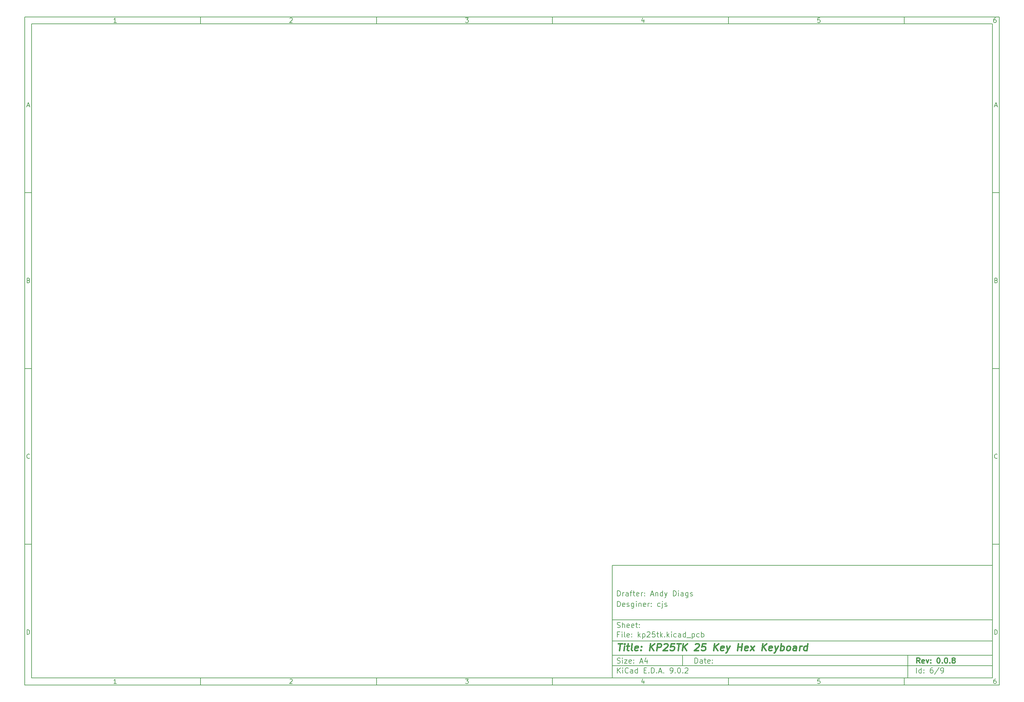
<source format=gbo>
%TF.GenerationSoftware,KiCad,Pcbnew,9.0.2+1*%
%TF.CreationDate,2025-06-13T17:56:32+09:00*%
%TF.ProjectId,kp25tk,6b703235-746b-42e6-9b69-6361645f7063,0.0.8*%
%TF.SameCoordinates,Original*%
%TF.FileFunction,Legend,Bot*%
%TF.FilePolarity,Positive*%
%FSLAX46Y46*%
G04 Gerber Fmt 4.6, Leading zero omitted, Abs format (unit mm)*
G04 Created by KiCad (PCBNEW 9.0.2+1) date 2025-06-13 17:56:32*
%MOMM*%
%LPD*%
G01*
G04 APERTURE LIST*
%ADD10C,0.100000*%
%ADD11C,0.150000*%
%ADD12C,0.300000*%
%ADD13C,0.400000*%
G04 APERTURE END LIST*
D10*
D11*
X177002200Y-166007200D02*
X285002200Y-166007200D01*
X285002200Y-198007200D01*
X177002200Y-198007200D01*
X177002200Y-166007200D01*
D10*
D11*
X10000000Y-10000000D02*
X287002200Y-10000000D01*
X287002200Y-200007200D01*
X10000000Y-200007200D01*
X10000000Y-10000000D01*
D10*
D11*
X12000000Y-12000000D02*
X285002200Y-12000000D01*
X285002200Y-198007200D01*
X12000000Y-198007200D01*
X12000000Y-12000000D01*
D10*
D11*
X60000000Y-12000000D02*
X60000000Y-10000000D01*
D10*
D11*
X110000000Y-12000000D02*
X110000000Y-10000000D01*
D10*
D11*
X160000000Y-12000000D02*
X160000000Y-10000000D01*
D10*
D11*
X210000000Y-12000000D02*
X210000000Y-10000000D01*
D10*
D11*
X260000000Y-12000000D02*
X260000000Y-10000000D01*
D10*
D11*
X36089160Y-11593604D02*
X35346303Y-11593604D01*
X35717731Y-11593604D02*
X35717731Y-10293604D01*
X35717731Y-10293604D02*
X35593922Y-10479319D01*
X35593922Y-10479319D02*
X35470112Y-10603128D01*
X35470112Y-10603128D02*
X35346303Y-10665033D01*
D10*
D11*
X85346303Y-10417414D02*
X85408207Y-10355509D01*
X85408207Y-10355509D02*
X85532017Y-10293604D01*
X85532017Y-10293604D02*
X85841541Y-10293604D01*
X85841541Y-10293604D02*
X85965350Y-10355509D01*
X85965350Y-10355509D02*
X86027255Y-10417414D01*
X86027255Y-10417414D02*
X86089160Y-10541223D01*
X86089160Y-10541223D02*
X86089160Y-10665033D01*
X86089160Y-10665033D02*
X86027255Y-10850747D01*
X86027255Y-10850747D02*
X85284398Y-11593604D01*
X85284398Y-11593604D02*
X86089160Y-11593604D01*
D10*
D11*
X135284398Y-10293604D02*
X136089160Y-10293604D01*
X136089160Y-10293604D02*
X135655826Y-10788842D01*
X135655826Y-10788842D02*
X135841541Y-10788842D01*
X135841541Y-10788842D02*
X135965350Y-10850747D01*
X135965350Y-10850747D02*
X136027255Y-10912652D01*
X136027255Y-10912652D02*
X136089160Y-11036461D01*
X136089160Y-11036461D02*
X136089160Y-11345985D01*
X136089160Y-11345985D02*
X136027255Y-11469795D01*
X136027255Y-11469795D02*
X135965350Y-11531700D01*
X135965350Y-11531700D02*
X135841541Y-11593604D01*
X135841541Y-11593604D02*
X135470112Y-11593604D01*
X135470112Y-11593604D02*
X135346303Y-11531700D01*
X135346303Y-11531700D02*
X135284398Y-11469795D01*
D10*
D11*
X185965350Y-10726938D02*
X185965350Y-11593604D01*
X185655826Y-10231700D02*
X185346303Y-11160271D01*
X185346303Y-11160271D02*
X186151064Y-11160271D01*
D10*
D11*
X236027255Y-10293604D02*
X235408207Y-10293604D01*
X235408207Y-10293604D02*
X235346303Y-10912652D01*
X235346303Y-10912652D02*
X235408207Y-10850747D01*
X235408207Y-10850747D02*
X235532017Y-10788842D01*
X235532017Y-10788842D02*
X235841541Y-10788842D01*
X235841541Y-10788842D02*
X235965350Y-10850747D01*
X235965350Y-10850747D02*
X236027255Y-10912652D01*
X236027255Y-10912652D02*
X236089160Y-11036461D01*
X236089160Y-11036461D02*
X236089160Y-11345985D01*
X236089160Y-11345985D02*
X236027255Y-11469795D01*
X236027255Y-11469795D02*
X235965350Y-11531700D01*
X235965350Y-11531700D02*
X235841541Y-11593604D01*
X235841541Y-11593604D02*
X235532017Y-11593604D01*
X235532017Y-11593604D02*
X235408207Y-11531700D01*
X235408207Y-11531700D02*
X235346303Y-11469795D01*
D10*
D11*
X285965350Y-10293604D02*
X285717731Y-10293604D01*
X285717731Y-10293604D02*
X285593922Y-10355509D01*
X285593922Y-10355509D02*
X285532017Y-10417414D01*
X285532017Y-10417414D02*
X285408207Y-10603128D01*
X285408207Y-10603128D02*
X285346303Y-10850747D01*
X285346303Y-10850747D02*
X285346303Y-11345985D01*
X285346303Y-11345985D02*
X285408207Y-11469795D01*
X285408207Y-11469795D02*
X285470112Y-11531700D01*
X285470112Y-11531700D02*
X285593922Y-11593604D01*
X285593922Y-11593604D02*
X285841541Y-11593604D01*
X285841541Y-11593604D02*
X285965350Y-11531700D01*
X285965350Y-11531700D02*
X286027255Y-11469795D01*
X286027255Y-11469795D02*
X286089160Y-11345985D01*
X286089160Y-11345985D02*
X286089160Y-11036461D01*
X286089160Y-11036461D02*
X286027255Y-10912652D01*
X286027255Y-10912652D02*
X285965350Y-10850747D01*
X285965350Y-10850747D02*
X285841541Y-10788842D01*
X285841541Y-10788842D02*
X285593922Y-10788842D01*
X285593922Y-10788842D02*
X285470112Y-10850747D01*
X285470112Y-10850747D02*
X285408207Y-10912652D01*
X285408207Y-10912652D02*
X285346303Y-11036461D01*
D10*
D11*
X60000000Y-198007200D02*
X60000000Y-200007200D01*
D10*
D11*
X110000000Y-198007200D02*
X110000000Y-200007200D01*
D10*
D11*
X160000000Y-198007200D02*
X160000000Y-200007200D01*
D10*
D11*
X210000000Y-198007200D02*
X210000000Y-200007200D01*
D10*
D11*
X260000000Y-198007200D02*
X260000000Y-200007200D01*
D10*
D11*
X36089160Y-199600804D02*
X35346303Y-199600804D01*
X35717731Y-199600804D02*
X35717731Y-198300804D01*
X35717731Y-198300804D02*
X35593922Y-198486519D01*
X35593922Y-198486519D02*
X35470112Y-198610328D01*
X35470112Y-198610328D02*
X35346303Y-198672233D01*
D10*
D11*
X85346303Y-198424614D02*
X85408207Y-198362709D01*
X85408207Y-198362709D02*
X85532017Y-198300804D01*
X85532017Y-198300804D02*
X85841541Y-198300804D01*
X85841541Y-198300804D02*
X85965350Y-198362709D01*
X85965350Y-198362709D02*
X86027255Y-198424614D01*
X86027255Y-198424614D02*
X86089160Y-198548423D01*
X86089160Y-198548423D02*
X86089160Y-198672233D01*
X86089160Y-198672233D02*
X86027255Y-198857947D01*
X86027255Y-198857947D02*
X85284398Y-199600804D01*
X85284398Y-199600804D02*
X86089160Y-199600804D01*
D10*
D11*
X135284398Y-198300804D02*
X136089160Y-198300804D01*
X136089160Y-198300804D02*
X135655826Y-198796042D01*
X135655826Y-198796042D02*
X135841541Y-198796042D01*
X135841541Y-198796042D02*
X135965350Y-198857947D01*
X135965350Y-198857947D02*
X136027255Y-198919852D01*
X136027255Y-198919852D02*
X136089160Y-199043661D01*
X136089160Y-199043661D02*
X136089160Y-199353185D01*
X136089160Y-199353185D02*
X136027255Y-199476995D01*
X136027255Y-199476995D02*
X135965350Y-199538900D01*
X135965350Y-199538900D02*
X135841541Y-199600804D01*
X135841541Y-199600804D02*
X135470112Y-199600804D01*
X135470112Y-199600804D02*
X135346303Y-199538900D01*
X135346303Y-199538900D02*
X135284398Y-199476995D01*
D10*
D11*
X185965350Y-198734138D02*
X185965350Y-199600804D01*
X185655826Y-198238900D02*
X185346303Y-199167471D01*
X185346303Y-199167471D02*
X186151064Y-199167471D01*
D10*
D11*
X236027255Y-198300804D02*
X235408207Y-198300804D01*
X235408207Y-198300804D02*
X235346303Y-198919852D01*
X235346303Y-198919852D02*
X235408207Y-198857947D01*
X235408207Y-198857947D02*
X235532017Y-198796042D01*
X235532017Y-198796042D02*
X235841541Y-198796042D01*
X235841541Y-198796042D02*
X235965350Y-198857947D01*
X235965350Y-198857947D02*
X236027255Y-198919852D01*
X236027255Y-198919852D02*
X236089160Y-199043661D01*
X236089160Y-199043661D02*
X236089160Y-199353185D01*
X236089160Y-199353185D02*
X236027255Y-199476995D01*
X236027255Y-199476995D02*
X235965350Y-199538900D01*
X235965350Y-199538900D02*
X235841541Y-199600804D01*
X235841541Y-199600804D02*
X235532017Y-199600804D01*
X235532017Y-199600804D02*
X235408207Y-199538900D01*
X235408207Y-199538900D02*
X235346303Y-199476995D01*
D10*
D11*
X285965350Y-198300804D02*
X285717731Y-198300804D01*
X285717731Y-198300804D02*
X285593922Y-198362709D01*
X285593922Y-198362709D02*
X285532017Y-198424614D01*
X285532017Y-198424614D02*
X285408207Y-198610328D01*
X285408207Y-198610328D02*
X285346303Y-198857947D01*
X285346303Y-198857947D02*
X285346303Y-199353185D01*
X285346303Y-199353185D02*
X285408207Y-199476995D01*
X285408207Y-199476995D02*
X285470112Y-199538900D01*
X285470112Y-199538900D02*
X285593922Y-199600804D01*
X285593922Y-199600804D02*
X285841541Y-199600804D01*
X285841541Y-199600804D02*
X285965350Y-199538900D01*
X285965350Y-199538900D02*
X286027255Y-199476995D01*
X286027255Y-199476995D02*
X286089160Y-199353185D01*
X286089160Y-199353185D02*
X286089160Y-199043661D01*
X286089160Y-199043661D02*
X286027255Y-198919852D01*
X286027255Y-198919852D02*
X285965350Y-198857947D01*
X285965350Y-198857947D02*
X285841541Y-198796042D01*
X285841541Y-198796042D02*
X285593922Y-198796042D01*
X285593922Y-198796042D02*
X285470112Y-198857947D01*
X285470112Y-198857947D02*
X285408207Y-198919852D01*
X285408207Y-198919852D02*
X285346303Y-199043661D01*
D10*
D11*
X10000000Y-60000000D02*
X12000000Y-60000000D01*
D10*
D11*
X10000000Y-110000000D02*
X12000000Y-110000000D01*
D10*
D11*
X10000000Y-160000000D02*
X12000000Y-160000000D01*
D10*
D11*
X10690476Y-35222176D02*
X11309523Y-35222176D01*
X10566666Y-35593604D02*
X10999999Y-34293604D01*
X10999999Y-34293604D02*
X11433333Y-35593604D01*
D10*
D11*
X11092857Y-84912652D02*
X11278571Y-84974557D01*
X11278571Y-84974557D02*
X11340476Y-85036461D01*
X11340476Y-85036461D02*
X11402380Y-85160271D01*
X11402380Y-85160271D02*
X11402380Y-85345985D01*
X11402380Y-85345985D02*
X11340476Y-85469795D01*
X11340476Y-85469795D02*
X11278571Y-85531700D01*
X11278571Y-85531700D02*
X11154761Y-85593604D01*
X11154761Y-85593604D02*
X10659523Y-85593604D01*
X10659523Y-85593604D02*
X10659523Y-84293604D01*
X10659523Y-84293604D02*
X11092857Y-84293604D01*
X11092857Y-84293604D02*
X11216666Y-84355509D01*
X11216666Y-84355509D02*
X11278571Y-84417414D01*
X11278571Y-84417414D02*
X11340476Y-84541223D01*
X11340476Y-84541223D02*
X11340476Y-84665033D01*
X11340476Y-84665033D02*
X11278571Y-84788842D01*
X11278571Y-84788842D02*
X11216666Y-84850747D01*
X11216666Y-84850747D02*
X11092857Y-84912652D01*
X11092857Y-84912652D02*
X10659523Y-84912652D01*
D10*
D11*
X11402380Y-135469795D02*
X11340476Y-135531700D01*
X11340476Y-135531700D02*
X11154761Y-135593604D01*
X11154761Y-135593604D02*
X11030952Y-135593604D01*
X11030952Y-135593604D02*
X10845238Y-135531700D01*
X10845238Y-135531700D02*
X10721428Y-135407890D01*
X10721428Y-135407890D02*
X10659523Y-135284080D01*
X10659523Y-135284080D02*
X10597619Y-135036461D01*
X10597619Y-135036461D02*
X10597619Y-134850747D01*
X10597619Y-134850747D02*
X10659523Y-134603128D01*
X10659523Y-134603128D02*
X10721428Y-134479319D01*
X10721428Y-134479319D02*
X10845238Y-134355509D01*
X10845238Y-134355509D02*
X11030952Y-134293604D01*
X11030952Y-134293604D02*
X11154761Y-134293604D01*
X11154761Y-134293604D02*
X11340476Y-134355509D01*
X11340476Y-134355509D02*
X11402380Y-134417414D01*
D10*
D11*
X10659523Y-185593604D02*
X10659523Y-184293604D01*
X10659523Y-184293604D02*
X10969047Y-184293604D01*
X10969047Y-184293604D02*
X11154761Y-184355509D01*
X11154761Y-184355509D02*
X11278571Y-184479319D01*
X11278571Y-184479319D02*
X11340476Y-184603128D01*
X11340476Y-184603128D02*
X11402380Y-184850747D01*
X11402380Y-184850747D02*
X11402380Y-185036461D01*
X11402380Y-185036461D02*
X11340476Y-185284080D01*
X11340476Y-185284080D02*
X11278571Y-185407890D01*
X11278571Y-185407890D02*
X11154761Y-185531700D01*
X11154761Y-185531700D02*
X10969047Y-185593604D01*
X10969047Y-185593604D02*
X10659523Y-185593604D01*
D10*
D11*
X287002200Y-60000000D02*
X285002200Y-60000000D01*
D10*
D11*
X287002200Y-110000000D02*
X285002200Y-110000000D01*
D10*
D11*
X287002200Y-160000000D02*
X285002200Y-160000000D01*
D10*
D11*
X285692676Y-35222176D02*
X286311723Y-35222176D01*
X285568866Y-35593604D02*
X286002199Y-34293604D01*
X286002199Y-34293604D02*
X286435533Y-35593604D01*
D10*
D11*
X286095057Y-84912652D02*
X286280771Y-84974557D01*
X286280771Y-84974557D02*
X286342676Y-85036461D01*
X286342676Y-85036461D02*
X286404580Y-85160271D01*
X286404580Y-85160271D02*
X286404580Y-85345985D01*
X286404580Y-85345985D02*
X286342676Y-85469795D01*
X286342676Y-85469795D02*
X286280771Y-85531700D01*
X286280771Y-85531700D02*
X286156961Y-85593604D01*
X286156961Y-85593604D02*
X285661723Y-85593604D01*
X285661723Y-85593604D02*
X285661723Y-84293604D01*
X285661723Y-84293604D02*
X286095057Y-84293604D01*
X286095057Y-84293604D02*
X286218866Y-84355509D01*
X286218866Y-84355509D02*
X286280771Y-84417414D01*
X286280771Y-84417414D02*
X286342676Y-84541223D01*
X286342676Y-84541223D02*
X286342676Y-84665033D01*
X286342676Y-84665033D02*
X286280771Y-84788842D01*
X286280771Y-84788842D02*
X286218866Y-84850747D01*
X286218866Y-84850747D02*
X286095057Y-84912652D01*
X286095057Y-84912652D02*
X285661723Y-84912652D01*
D10*
D11*
X286404580Y-135469795D02*
X286342676Y-135531700D01*
X286342676Y-135531700D02*
X286156961Y-135593604D01*
X286156961Y-135593604D02*
X286033152Y-135593604D01*
X286033152Y-135593604D02*
X285847438Y-135531700D01*
X285847438Y-135531700D02*
X285723628Y-135407890D01*
X285723628Y-135407890D02*
X285661723Y-135284080D01*
X285661723Y-135284080D02*
X285599819Y-135036461D01*
X285599819Y-135036461D02*
X285599819Y-134850747D01*
X285599819Y-134850747D02*
X285661723Y-134603128D01*
X285661723Y-134603128D02*
X285723628Y-134479319D01*
X285723628Y-134479319D02*
X285847438Y-134355509D01*
X285847438Y-134355509D02*
X286033152Y-134293604D01*
X286033152Y-134293604D02*
X286156961Y-134293604D01*
X286156961Y-134293604D02*
X286342676Y-134355509D01*
X286342676Y-134355509D02*
X286404580Y-134417414D01*
D10*
D11*
X285661723Y-185593604D02*
X285661723Y-184293604D01*
X285661723Y-184293604D02*
X285971247Y-184293604D01*
X285971247Y-184293604D02*
X286156961Y-184355509D01*
X286156961Y-184355509D02*
X286280771Y-184479319D01*
X286280771Y-184479319D02*
X286342676Y-184603128D01*
X286342676Y-184603128D02*
X286404580Y-184850747D01*
X286404580Y-184850747D02*
X286404580Y-185036461D01*
X286404580Y-185036461D02*
X286342676Y-185284080D01*
X286342676Y-185284080D02*
X286280771Y-185407890D01*
X286280771Y-185407890D02*
X286156961Y-185531700D01*
X286156961Y-185531700D02*
X285971247Y-185593604D01*
X285971247Y-185593604D02*
X285661723Y-185593604D01*
D10*
D11*
X200458026Y-193793328D02*
X200458026Y-192293328D01*
X200458026Y-192293328D02*
X200815169Y-192293328D01*
X200815169Y-192293328D02*
X201029455Y-192364757D01*
X201029455Y-192364757D02*
X201172312Y-192507614D01*
X201172312Y-192507614D02*
X201243741Y-192650471D01*
X201243741Y-192650471D02*
X201315169Y-192936185D01*
X201315169Y-192936185D02*
X201315169Y-193150471D01*
X201315169Y-193150471D02*
X201243741Y-193436185D01*
X201243741Y-193436185D02*
X201172312Y-193579042D01*
X201172312Y-193579042D02*
X201029455Y-193721900D01*
X201029455Y-193721900D02*
X200815169Y-193793328D01*
X200815169Y-193793328D02*
X200458026Y-193793328D01*
X202600884Y-193793328D02*
X202600884Y-193007614D01*
X202600884Y-193007614D02*
X202529455Y-192864757D01*
X202529455Y-192864757D02*
X202386598Y-192793328D01*
X202386598Y-192793328D02*
X202100884Y-192793328D01*
X202100884Y-192793328D02*
X201958026Y-192864757D01*
X202600884Y-193721900D02*
X202458026Y-193793328D01*
X202458026Y-193793328D02*
X202100884Y-193793328D01*
X202100884Y-193793328D02*
X201958026Y-193721900D01*
X201958026Y-193721900D02*
X201886598Y-193579042D01*
X201886598Y-193579042D02*
X201886598Y-193436185D01*
X201886598Y-193436185D02*
X201958026Y-193293328D01*
X201958026Y-193293328D02*
X202100884Y-193221900D01*
X202100884Y-193221900D02*
X202458026Y-193221900D01*
X202458026Y-193221900D02*
X202600884Y-193150471D01*
X203100884Y-192793328D02*
X203672312Y-192793328D01*
X203315169Y-192293328D02*
X203315169Y-193579042D01*
X203315169Y-193579042D02*
X203386598Y-193721900D01*
X203386598Y-193721900D02*
X203529455Y-193793328D01*
X203529455Y-193793328D02*
X203672312Y-193793328D01*
X204743741Y-193721900D02*
X204600884Y-193793328D01*
X204600884Y-193793328D02*
X204315170Y-193793328D01*
X204315170Y-193793328D02*
X204172312Y-193721900D01*
X204172312Y-193721900D02*
X204100884Y-193579042D01*
X204100884Y-193579042D02*
X204100884Y-193007614D01*
X204100884Y-193007614D02*
X204172312Y-192864757D01*
X204172312Y-192864757D02*
X204315170Y-192793328D01*
X204315170Y-192793328D02*
X204600884Y-192793328D01*
X204600884Y-192793328D02*
X204743741Y-192864757D01*
X204743741Y-192864757D02*
X204815170Y-193007614D01*
X204815170Y-193007614D02*
X204815170Y-193150471D01*
X204815170Y-193150471D02*
X204100884Y-193293328D01*
X205458026Y-193650471D02*
X205529455Y-193721900D01*
X205529455Y-193721900D02*
X205458026Y-193793328D01*
X205458026Y-193793328D02*
X205386598Y-193721900D01*
X205386598Y-193721900D02*
X205458026Y-193650471D01*
X205458026Y-193650471D02*
X205458026Y-193793328D01*
X205458026Y-192864757D02*
X205529455Y-192936185D01*
X205529455Y-192936185D02*
X205458026Y-193007614D01*
X205458026Y-193007614D02*
X205386598Y-192936185D01*
X205386598Y-192936185D02*
X205458026Y-192864757D01*
X205458026Y-192864757D02*
X205458026Y-193007614D01*
D10*
D11*
X177002200Y-194507200D02*
X285002200Y-194507200D01*
D10*
D11*
X178458026Y-196593328D02*
X178458026Y-195093328D01*
X179315169Y-196593328D02*
X178672312Y-195736185D01*
X179315169Y-195093328D02*
X178458026Y-195950471D01*
X179958026Y-196593328D02*
X179958026Y-195593328D01*
X179958026Y-195093328D02*
X179886598Y-195164757D01*
X179886598Y-195164757D02*
X179958026Y-195236185D01*
X179958026Y-195236185D02*
X180029455Y-195164757D01*
X180029455Y-195164757D02*
X179958026Y-195093328D01*
X179958026Y-195093328D02*
X179958026Y-195236185D01*
X181529455Y-196450471D02*
X181458027Y-196521900D01*
X181458027Y-196521900D02*
X181243741Y-196593328D01*
X181243741Y-196593328D02*
X181100884Y-196593328D01*
X181100884Y-196593328D02*
X180886598Y-196521900D01*
X180886598Y-196521900D02*
X180743741Y-196379042D01*
X180743741Y-196379042D02*
X180672312Y-196236185D01*
X180672312Y-196236185D02*
X180600884Y-195950471D01*
X180600884Y-195950471D02*
X180600884Y-195736185D01*
X180600884Y-195736185D02*
X180672312Y-195450471D01*
X180672312Y-195450471D02*
X180743741Y-195307614D01*
X180743741Y-195307614D02*
X180886598Y-195164757D01*
X180886598Y-195164757D02*
X181100884Y-195093328D01*
X181100884Y-195093328D02*
X181243741Y-195093328D01*
X181243741Y-195093328D02*
X181458027Y-195164757D01*
X181458027Y-195164757D02*
X181529455Y-195236185D01*
X182815170Y-196593328D02*
X182815170Y-195807614D01*
X182815170Y-195807614D02*
X182743741Y-195664757D01*
X182743741Y-195664757D02*
X182600884Y-195593328D01*
X182600884Y-195593328D02*
X182315170Y-195593328D01*
X182315170Y-195593328D02*
X182172312Y-195664757D01*
X182815170Y-196521900D02*
X182672312Y-196593328D01*
X182672312Y-196593328D02*
X182315170Y-196593328D01*
X182315170Y-196593328D02*
X182172312Y-196521900D01*
X182172312Y-196521900D02*
X182100884Y-196379042D01*
X182100884Y-196379042D02*
X182100884Y-196236185D01*
X182100884Y-196236185D02*
X182172312Y-196093328D01*
X182172312Y-196093328D02*
X182315170Y-196021900D01*
X182315170Y-196021900D02*
X182672312Y-196021900D01*
X182672312Y-196021900D02*
X182815170Y-195950471D01*
X184172313Y-196593328D02*
X184172313Y-195093328D01*
X184172313Y-196521900D02*
X184029455Y-196593328D01*
X184029455Y-196593328D02*
X183743741Y-196593328D01*
X183743741Y-196593328D02*
X183600884Y-196521900D01*
X183600884Y-196521900D02*
X183529455Y-196450471D01*
X183529455Y-196450471D02*
X183458027Y-196307614D01*
X183458027Y-196307614D02*
X183458027Y-195879042D01*
X183458027Y-195879042D02*
X183529455Y-195736185D01*
X183529455Y-195736185D02*
X183600884Y-195664757D01*
X183600884Y-195664757D02*
X183743741Y-195593328D01*
X183743741Y-195593328D02*
X184029455Y-195593328D01*
X184029455Y-195593328D02*
X184172313Y-195664757D01*
X186029455Y-195807614D02*
X186529455Y-195807614D01*
X186743741Y-196593328D02*
X186029455Y-196593328D01*
X186029455Y-196593328D02*
X186029455Y-195093328D01*
X186029455Y-195093328D02*
X186743741Y-195093328D01*
X187386598Y-196450471D02*
X187458027Y-196521900D01*
X187458027Y-196521900D02*
X187386598Y-196593328D01*
X187386598Y-196593328D02*
X187315170Y-196521900D01*
X187315170Y-196521900D02*
X187386598Y-196450471D01*
X187386598Y-196450471D02*
X187386598Y-196593328D01*
X188100884Y-196593328D02*
X188100884Y-195093328D01*
X188100884Y-195093328D02*
X188458027Y-195093328D01*
X188458027Y-195093328D02*
X188672313Y-195164757D01*
X188672313Y-195164757D02*
X188815170Y-195307614D01*
X188815170Y-195307614D02*
X188886599Y-195450471D01*
X188886599Y-195450471D02*
X188958027Y-195736185D01*
X188958027Y-195736185D02*
X188958027Y-195950471D01*
X188958027Y-195950471D02*
X188886599Y-196236185D01*
X188886599Y-196236185D02*
X188815170Y-196379042D01*
X188815170Y-196379042D02*
X188672313Y-196521900D01*
X188672313Y-196521900D02*
X188458027Y-196593328D01*
X188458027Y-196593328D02*
X188100884Y-196593328D01*
X189600884Y-196450471D02*
X189672313Y-196521900D01*
X189672313Y-196521900D02*
X189600884Y-196593328D01*
X189600884Y-196593328D02*
X189529456Y-196521900D01*
X189529456Y-196521900D02*
X189600884Y-196450471D01*
X189600884Y-196450471D02*
X189600884Y-196593328D01*
X190243742Y-196164757D02*
X190958028Y-196164757D01*
X190100885Y-196593328D02*
X190600885Y-195093328D01*
X190600885Y-195093328D02*
X191100885Y-196593328D01*
X191600884Y-196450471D02*
X191672313Y-196521900D01*
X191672313Y-196521900D02*
X191600884Y-196593328D01*
X191600884Y-196593328D02*
X191529456Y-196521900D01*
X191529456Y-196521900D02*
X191600884Y-196450471D01*
X191600884Y-196450471D02*
X191600884Y-196593328D01*
X193529456Y-196593328D02*
X193815170Y-196593328D01*
X193815170Y-196593328D02*
X193958027Y-196521900D01*
X193958027Y-196521900D02*
X194029456Y-196450471D01*
X194029456Y-196450471D02*
X194172313Y-196236185D01*
X194172313Y-196236185D02*
X194243742Y-195950471D01*
X194243742Y-195950471D02*
X194243742Y-195379042D01*
X194243742Y-195379042D02*
X194172313Y-195236185D01*
X194172313Y-195236185D02*
X194100885Y-195164757D01*
X194100885Y-195164757D02*
X193958027Y-195093328D01*
X193958027Y-195093328D02*
X193672313Y-195093328D01*
X193672313Y-195093328D02*
X193529456Y-195164757D01*
X193529456Y-195164757D02*
X193458027Y-195236185D01*
X193458027Y-195236185D02*
X193386599Y-195379042D01*
X193386599Y-195379042D02*
X193386599Y-195736185D01*
X193386599Y-195736185D02*
X193458027Y-195879042D01*
X193458027Y-195879042D02*
X193529456Y-195950471D01*
X193529456Y-195950471D02*
X193672313Y-196021900D01*
X193672313Y-196021900D02*
X193958027Y-196021900D01*
X193958027Y-196021900D02*
X194100885Y-195950471D01*
X194100885Y-195950471D02*
X194172313Y-195879042D01*
X194172313Y-195879042D02*
X194243742Y-195736185D01*
X194886598Y-196450471D02*
X194958027Y-196521900D01*
X194958027Y-196521900D02*
X194886598Y-196593328D01*
X194886598Y-196593328D02*
X194815170Y-196521900D01*
X194815170Y-196521900D02*
X194886598Y-196450471D01*
X194886598Y-196450471D02*
X194886598Y-196593328D01*
X195886599Y-195093328D02*
X196029456Y-195093328D01*
X196029456Y-195093328D02*
X196172313Y-195164757D01*
X196172313Y-195164757D02*
X196243742Y-195236185D01*
X196243742Y-195236185D02*
X196315170Y-195379042D01*
X196315170Y-195379042D02*
X196386599Y-195664757D01*
X196386599Y-195664757D02*
X196386599Y-196021900D01*
X196386599Y-196021900D02*
X196315170Y-196307614D01*
X196315170Y-196307614D02*
X196243742Y-196450471D01*
X196243742Y-196450471D02*
X196172313Y-196521900D01*
X196172313Y-196521900D02*
X196029456Y-196593328D01*
X196029456Y-196593328D02*
X195886599Y-196593328D01*
X195886599Y-196593328D02*
X195743742Y-196521900D01*
X195743742Y-196521900D02*
X195672313Y-196450471D01*
X195672313Y-196450471D02*
X195600884Y-196307614D01*
X195600884Y-196307614D02*
X195529456Y-196021900D01*
X195529456Y-196021900D02*
X195529456Y-195664757D01*
X195529456Y-195664757D02*
X195600884Y-195379042D01*
X195600884Y-195379042D02*
X195672313Y-195236185D01*
X195672313Y-195236185D02*
X195743742Y-195164757D01*
X195743742Y-195164757D02*
X195886599Y-195093328D01*
X197029455Y-196450471D02*
X197100884Y-196521900D01*
X197100884Y-196521900D02*
X197029455Y-196593328D01*
X197029455Y-196593328D02*
X196958027Y-196521900D01*
X196958027Y-196521900D02*
X197029455Y-196450471D01*
X197029455Y-196450471D02*
X197029455Y-196593328D01*
X197672313Y-195236185D02*
X197743741Y-195164757D01*
X197743741Y-195164757D02*
X197886599Y-195093328D01*
X197886599Y-195093328D02*
X198243741Y-195093328D01*
X198243741Y-195093328D02*
X198386599Y-195164757D01*
X198386599Y-195164757D02*
X198458027Y-195236185D01*
X198458027Y-195236185D02*
X198529456Y-195379042D01*
X198529456Y-195379042D02*
X198529456Y-195521900D01*
X198529456Y-195521900D02*
X198458027Y-195736185D01*
X198458027Y-195736185D02*
X197600884Y-196593328D01*
X197600884Y-196593328D02*
X198529456Y-196593328D01*
D10*
D11*
X177002200Y-191507200D02*
X285002200Y-191507200D01*
D10*
D12*
X264413853Y-193785528D02*
X263913853Y-193071242D01*
X263556710Y-193785528D02*
X263556710Y-192285528D01*
X263556710Y-192285528D02*
X264128139Y-192285528D01*
X264128139Y-192285528D02*
X264270996Y-192356957D01*
X264270996Y-192356957D02*
X264342425Y-192428385D01*
X264342425Y-192428385D02*
X264413853Y-192571242D01*
X264413853Y-192571242D02*
X264413853Y-192785528D01*
X264413853Y-192785528D02*
X264342425Y-192928385D01*
X264342425Y-192928385D02*
X264270996Y-192999814D01*
X264270996Y-192999814D02*
X264128139Y-193071242D01*
X264128139Y-193071242D02*
X263556710Y-193071242D01*
X265628139Y-193714100D02*
X265485282Y-193785528D01*
X265485282Y-193785528D02*
X265199568Y-193785528D01*
X265199568Y-193785528D02*
X265056710Y-193714100D01*
X265056710Y-193714100D02*
X264985282Y-193571242D01*
X264985282Y-193571242D02*
X264985282Y-192999814D01*
X264985282Y-192999814D02*
X265056710Y-192856957D01*
X265056710Y-192856957D02*
X265199568Y-192785528D01*
X265199568Y-192785528D02*
X265485282Y-192785528D01*
X265485282Y-192785528D02*
X265628139Y-192856957D01*
X265628139Y-192856957D02*
X265699568Y-192999814D01*
X265699568Y-192999814D02*
X265699568Y-193142671D01*
X265699568Y-193142671D02*
X264985282Y-193285528D01*
X266199567Y-192785528D02*
X266556710Y-193785528D01*
X266556710Y-193785528D02*
X266913853Y-192785528D01*
X267485281Y-193642671D02*
X267556710Y-193714100D01*
X267556710Y-193714100D02*
X267485281Y-193785528D01*
X267485281Y-193785528D02*
X267413853Y-193714100D01*
X267413853Y-193714100D02*
X267485281Y-193642671D01*
X267485281Y-193642671D02*
X267485281Y-193785528D01*
X267485281Y-192856957D02*
X267556710Y-192928385D01*
X267556710Y-192928385D02*
X267485281Y-192999814D01*
X267485281Y-192999814D02*
X267413853Y-192928385D01*
X267413853Y-192928385D02*
X267485281Y-192856957D01*
X267485281Y-192856957D02*
X267485281Y-192999814D01*
X269628139Y-192285528D02*
X269770996Y-192285528D01*
X269770996Y-192285528D02*
X269913853Y-192356957D01*
X269913853Y-192356957D02*
X269985282Y-192428385D01*
X269985282Y-192428385D02*
X270056710Y-192571242D01*
X270056710Y-192571242D02*
X270128139Y-192856957D01*
X270128139Y-192856957D02*
X270128139Y-193214100D01*
X270128139Y-193214100D02*
X270056710Y-193499814D01*
X270056710Y-193499814D02*
X269985282Y-193642671D01*
X269985282Y-193642671D02*
X269913853Y-193714100D01*
X269913853Y-193714100D02*
X269770996Y-193785528D01*
X269770996Y-193785528D02*
X269628139Y-193785528D01*
X269628139Y-193785528D02*
X269485282Y-193714100D01*
X269485282Y-193714100D02*
X269413853Y-193642671D01*
X269413853Y-193642671D02*
X269342424Y-193499814D01*
X269342424Y-193499814D02*
X269270996Y-193214100D01*
X269270996Y-193214100D02*
X269270996Y-192856957D01*
X269270996Y-192856957D02*
X269342424Y-192571242D01*
X269342424Y-192571242D02*
X269413853Y-192428385D01*
X269413853Y-192428385D02*
X269485282Y-192356957D01*
X269485282Y-192356957D02*
X269628139Y-192285528D01*
X270770995Y-193642671D02*
X270842424Y-193714100D01*
X270842424Y-193714100D02*
X270770995Y-193785528D01*
X270770995Y-193785528D02*
X270699567Y-193714100D01*
X270699567Y-193714100D02*
X270770995Y-193642671D01*
X270770995Y-193642671D02*
X270770995Y-193785528D01*
X271770996Y-192285528D02*
X271913853Y-192285528D01*
X271913853Y-192285528D02*
X272056710Y-192356957D01*
X272056710Y-192356957D02*
X272128139Y-192428385D01*
X272128139Y-192428385D02*
X272199567Y-192571242D01*
X272199567Y-192571242D02*
X272270996Y-192856957D01*
X272270996Y-192856957D02*
X272270996Y-193214100D01*
X272270996Y-193214100D02*
X272199567Y-193499814D01*
X272199567Y-193499814D02*
X272128139Y-193642671D01*
X272128139Y-193642671D02*
X272056710Y-193714100D01*
X272056710Y-193714100D02*
X271913853Y-193785528D01*
X271913853Y-193785528D02*
X271770996Y-193785528D01*
X271770996Y-193785528D02*
X271628139Y-193714100D01*
X271628139Y-193714100D02*
X271556710Y-193642671D01*
X271556710Y-193642671D02*
X271485281Y-193499814D01*
X271485281Y-193499814D02*
X271413853Y-193214100D01*
X271413853Y-193214100D02*
X271413853Y-192856957D01*
X271413853Y-192856957D02*
X271485281Y-192571242D01*
X271485281Y-192571242D02*
X271556710Y-192428385D01*
X271556710Y-192428385D02*
X271628139Y-192356957D01*
X271628139Y-192356957D02*
X271770996Y-192285528D01*
X272913852Y-193642671D02*
X272985281Y-193714100D01*
X272985281Y-193714100D02*
X272913852Y-193785528D01*
X272913852Y-193785528D02*
X272842424Y-193714100D01*
X272842424Y-193714100D02*
X272913852Y-193642671D01*
X272913852Y-193642671D02*
X272913852Y-193785528D01*
X273842424Y-192928385D02*
X273699567Y-192856957D01*
X273699567Y-192856957D02*
X273628138Y-192785528D01*
X273628138Y-192785528D02*
X273556710Y-192642671D01*
X273556710Y-192642671D02*
X273556710Y-192571242D01*
X273556710Y-192571242D02*
X273628138Y-192428385D01*
X273628138Y-192428385D02*
X273699567Y-192356957D01*
X273699567Y-192356957D02*
X273842424Y-192285528D01*
X273842424Y-192285528D02*
X274128138Y-192285528D01*
X274128138Y-192285528D02*
X274270996Y-192356957D01*
X274270996Y-192356957D02*
X274342424Y-192428385D01*
X274342424Y-192428385D02*
X274413853Y-192571242D01*
X274413853Y-192571242D02*
X274413853Y-192642671D01*
X274413853Y-192642671D02*
X274342424Y-192785528D01*
X274342424Y-192785528D02*
X274270996Y-192856957D01*
X274270996Y-192856957D02*
X274128138Y-192928385D01*
X274128138Y-192928385D02*
X273842424Y-192928385D01*
X273842424Y-192928385D02*
X273699567Y-192999814D01*
X273699567Y-192999814D02*
X273628138Y-193071242D01*
X273628138Y-193071242D02*
X273556710Y-193214100D01*
X273556710Y-193214100D02*
X273556710Y-193499814D01*
X273556710Y-193499814D02*
X273628138Y-193642671D01*
X273628138Y-193642671D02*
X273699567Y-193714100D01*
X273699567Y-193714100D02*
X273842424Y-193785528D01*
X273842424Y-193785528D02*
X274128138Y-193785528D01*
X274128138Y-193785528D02*
X274270996Y-193714100D01*
X274270996Y-193714100D02*
X274342424Y-193642671D01*
X274342424Y-193642671D02*
X274413853Y-193499814D01*
X274413853Y-193499814D02*
X274413853Y-193214100D01*
X274413853Y-193214100D02*
X274342424Y-193071242D01*
X274342424Y-193071242D02*
X274270996Y-192999814D01*
X274270996Y-192999814D02*
X274128138Y-192928385D01*
D10*
D11*
X178386598Y-193721900D02*
X178600884Y-193793328D01*
X178600884Y-193793328D02*
X178958026Y-193793328D01*
X178958026Y-193793328D02*
X179100884Y-193721900D01*
X179100884Y-193721900D02*
X179172312Y-193650471D01*
X179172312Y-193650471D02*
X179243741Y-193507614D01*
X179243741Y-193507614D02*
X179243741Y-193364757D01*
X179243741Y-193364757D02*
X179172312Y-193221900D01*
X179172312Y-193221900D02*
X179100884Y-193150471D01*
X179100884Y-193150471D02*
X178958026Y-193079042D01*
X178958026Y-193079042D02*
X178672312Y-193007614D01*
X178672312Y-193007614D02*
X178529455Y-192936185D01*
X178529455Y-192936185D02*
X178458026Y-192864757D01*
X178458026Y-192864757D02*
X178386598Y-192721900D01*
X178386598Y-192721900D02*
X178386598Y-192579042D01*
X178386598Y-192579042D02*
X178458026Y-192436185D01*
X178458026Y-192436185D02*
X178529455Y-192364757D01*
X178529455Y-192364757D02*
X178672312Y-192293328D01*
X178672312Y-192293328D02*
X179029455Y-192293328D01*
X179029455Y-192293328D02*
X179243741Y-192364757D01*
X179886597Y-193793328D02*
X179886597Y-192793328D01*
X179886597Y-192293328D02*
X179815169Y-192364757D01*
X179815169Y-192364757D02*
X179886597Y-192436185D01*
X179886597Y-192436185D02*
X179958026Y-192364757D01*
X179958026Y-192364757D02*
X179886597Y-192293328D01*
X179886597Y-192293328D02*
X179886597Y-192436185D01*
X180458026Y-192793328D02*
X181243741Y-192793328D01*
X181243741Y-192793328D02*
X180458026Y-193793328D01*
X180458026Y-193793328D02*
X181243741Y-193793328D01*
X182386598Y-193721900D02*
X182243741Y-193793328D01*
X182243741Y-193793328D02*
X181958027Y-193793328D01*
X181958027Y-193793328D02*
X181815169Y-193721900D01*
X181815169Y-193721900D02*
X181743741Y-193579042D01*
X181743741Y-193579042D02*
X181743741Y-193007614D01*
X181743741Y-193007614D02*
X181815169Y-192864757D01*
X181815169Y-192864757D02*
X181958027Y-192793328D01*
X181958027Y-192793328D02*
X182243741Y-192793328D01*
X182243741Y-192793328D02*
X182386598Y-192864757D01*
X182386598Y-192864757D02*
X182458027Y-193007614D01*
X182458027Y-193007614D02*
X182458027Y-193150471D01*
X182458027Y-193150471D02*
X181743741Y-193293328D01*
X183100883Y-193650471D02*
X183172312Y-193721900D01*
X183172312Y-193721900D02*
X183100883Y-193793328D01*
X183100883Y-193793328D02*
X183029455Y-193721900D01*
X183029455Y-193721900D02*
X183100883Y-193650471D01*
X183100883Y-193650471D02*
X183100883Y-193793328D01*
X183100883Y-192864757D02*
X183172312Y-192936185D01*
X183172312Y-192936185D02*
X183100883Y-193007614D01*
X183100883Y-193007614D02*
X183029455Y-192936185D01*
X183029455Y-192936185D02*
X183100883Y-192864757D01*
X183100883Y-192864757D02*
X183100883Y-193007614D01*
X184886598Y-193364757D02*
X185600884Y-193364757D01*
X184743741Y-193793328D02*
X185243741Y-192293328D01*
X185243741Y-192293328D02*
X185743741Y-193793328D01*
X186886598Y-192793328D02*
X186886598Y-193793328D01*
X186529455Y-192221900D02*
X186172312Y-193293328D01*
X186172312Y-193293328D02*
X187100883Y-193293328D01*
D10*
D11*
X263458026Y-196593328D02*
X263458026Y-195093328D01*
X264815170Y-196593328D02*
X264815170Y-195093328D01*
X264815170Y-196521900D02*
X264672312Y-196593328D01*
X264672312Y-196593328D02*
X264386598Y-196593328D01*
X264386598Y-196593328D02*
X264243741Y-196521900D01*
X264243741Y-196521900D02*
X264172312Y-196450471D01*
X264172312Y-196450471D02*
X264100884Y-196307614D01*
X264100884Y-196307614D02*
X264100884Y-195879042D01*
X264100884Y-195879042D02*
X264172312Y-195736185D01*
X264172312Y-195736185D02*
X264243741Y-195664757D01*
X264243741Y-195664757D02*
X264386598Y-195593328D01*
X264386598Y-195593328D02*
X264672312Y-195593328D01*
X264672312Y-195593328D02*
X264815170Y-195664757D01*
X265529455Y-196450471D02*
X265600884Y-196521900D01*
X265600884Y-196521900D02*
X265529455Y-196593328D01*
X265529455Y-196593328D02*
X265458027Y-196521900D01*
X265458027Y-196521900D02*
X265529455Y-196450471D01*
X265529455Y-196450471D02*
X265529455Y-196593328D01*
X265529455Y-195664757D02*
X265600884Y-195736185D01*
X265600884Y-195736185D02*
X265529455Y-195807614D01*
X265529455Y-195807614D02*
X265458027Y-195736185D01*
X265458027Y-195736185D02*
X265529455Y-195664757D01*
X265529455Y-195664757D02*
X265529455Y-195807614D01*
X268029456Y-195093328D02*
X267743741Y-195093328D01*
X267743741Y-195093328D02*
X267600884Y-195164757D01*
X267600884Y-195164757D02*
X267529456Y-195236185D01*
X267529456Y-195236185D02*
X267386598Y-195450471D01*
X267386598Y-195450471D02*
X267315170Y-195736185D01*
X267315170Y-195736185D02*
X267315170Y-196307614D01*
X267315170Y-196307614D02*
X267386598Y-196450471D01*
X267386598Y-196450471D02*
X267458027Y-196521900D01*
X267458027Y-196521900D02*
X267600884Y-196593328D01*
X267600884Y-196593328D02*
X267886598Y-196593328D01*
X267886598Y-196593328D02*
X268029456Y-196521900D01*
X268029456Y-196521900D02*
X268100884Y-196450471D01*
X268100884Y-196450471D02*
X268172313Y-196307614D01*
X268172313Y-196307614D02*
X268172313Y-195950471D01*
X268172313Y-195950471D02*
X268100884Y-195807614D01*
X268100884Y-195807614D02*
X268029456Y-195736185D01*
X268029456Y-195736185D02*
X267886598Y-195664757D01*
X267886598Y-195664757D02*
X267600884Y-195664757D01*
X267600884Y-195664757D02*
X267458027Y-195736185D01*
X267458027Y-195736185D02*
X267386598Y-195807614D01*
X267386598Y-195807614D02*
X267315170Y-195950471D01*
X269886598Y-195021900D02*
X268600884Y-196950471D01*
X270458027Y-196593328D02*
X270743741Y-196593328D01*
X270743741Y-196593328D02*
X270886598Y-196521900D01*
X270886598Y-196521900D02*
X270958027Y-196450471D01*
X270958027Y-196450471D02*
X271100884Y-196236185D01*
X271100884Y-196236185D02*
X271172313Y-195950471D01*
X271172313Y-195950471D02*
X271172313Y-195379042D01*
X271172313Y-195379042D02*
X271100884Y-195236185D01*
X271100884Y-195236185D02*
X271029456Y-195164757D01*
X271029456Y-195164757D02*
X270886598Y-195093328D01*
X270886598Y-195093328D02*
X270600884Y-195093328D01*
X270600884Y-195093328D02*
X270458027Y-195164757D01*
X270458027Y-195164757D02*
X270386598Y-195236185D01*
X270386598Y-195236185D02*
X270315170Y-195379042D01*
X270315170Y-195379042D02*
X270315170Y-195736185D01*
X270315170Y-195736185D02*
X270386598Y-195879042D01*
X270386598Y-195879042D02*
X270458027Y-195950471D01*
X270458027Y-195950471D02*
X270600884Y-196021900D01*
X270600884Y-196021900D02*
X270886598Y-196021900D01*
X270886598Y-196021900D02*
X271029456Y-195950471D01*
X271029456Y-195950471D02*
X271100884Y-195879042D01*
X271100884Y-195879042D02*
X271172313Y-195736185D01*
D10*
D11*
X177002200Y-187507200D02*
X285002200Y-187507200D01*
D10*
D13*
X178693928Y-188211638D02*
X179836785Y-188211638D01*
X179015357Y-190211638D02*
X179265357Y-188211638D01*
X180253452Y-190211638D02*
X180420119Y-188878304D01*
X180503452Y-188211638D02*
X180396309Y-188306876D01*
X180396309Y-188306876D02*
X180479643Y-188402114D01*
X180479643Y-188402114D02*
X180586786Y-188306876D01*
X180586786Y-188306876D02*
X180503452Y-188211638D01*
X180503452Y-188211638D02*
X180479643Y-188402114D01*
X181086786Y-188878304D02*
X181848690Y-188878304D01*
X181455833Y-188211638D02*
X181241548Y-189925923D01*
X181241548Y-189925923D02*
X181312976Y-190116400D01*
X181312976Y-190116400D02*
X181491548Y-190211638D01*
X181491548Y-190211638D02*
X181682024Y-190211638D01*
X182634405Y-190211638D02*
X182455833Y-190116400D01*
X182455833Y-190116400D02*
X182384405Y-189925923D01*
X182384405Y-189925923D02*
X182598690Y-188211638D01*
X184170119Y-190116400D02*
X183967738Y-190211638D01*
X183967738Y-190211638D02*
X183586785Y-190211638D01*
X183586785Y-190211638D02*
X183408214Y-190116400D01*
X183408214Y-190116400D02*
X183336785Y-189925923D01*
X183336785Y-189925923D02*
X183432024Y-189164019D01*
X183432024Y-189164019D02*
X183551071Y-188973542D01*
X183551071Y-188973542D02*
X183753452Y-188878304D01*
X183753452Y-188878304D02*
X184134404Y-188878304D01*
X184134404Y-188878304D02*
X184312976Y-188973542D01*
X184312976Y-188973542D02*
X184384404Y-189164019D01*
X184384404Y-189164019D02*
X184360595Y-189354495D01*
X184360595Y-189354495D02*
X183384404Y-189544971D01*
X185134405Y-190021161D02*
X185217738Y-190116400D01*
X185217738Y-190116400D02*
X185110595Y-190211638D01*
X185110595Y-190211638D02*
X185027262Y-190116400D01*
X185027262Y-190116400D02*
X185134405Y-190021161D01*
X185134405Y-190021161D02*
X185110595Y-190211638D01*
X185265357Y-188973542D02*
X185348690Y-189068780D01*
X185348690Y-189068780D02*
X185241548Y-189164019D01*
X185241548Y-189164019D02*
X185158214Y-189068780D01*
X185158214Y-189068780D02*
X185265357Y-188973542D01*
X185265357Y-188973542D02*
X185241548Y-189164019D01*
X187586786Y-190211638D02*
X187836786Y-188211638D01*
X188729643Y-190211638D02*
X188015358Y-189068780D01*
X188979643Y-188211638D02*
X187693929Y-189354495D01*
X189586786Y-190211638D02*
X189836786Y-188211638D01*
X189836786Y-188211638D02*
X190598691Y-188211638D01*
X190598691Y-188211638D02*
X190777262Y-188306876D01*
X190777262Y-188306876D02*
X190860596Y-188402114D01*
X190860596Y-188402114D02*
X190932024Y-188592590D01*
X190932024Y-188592590D02*
X190896310Y-188878304D01*
X190896310Y-188878304D02*
X190777262Y-189068780D01*
X190777262Y-189068780D02*
X190670120Y-189164019D01*
X190670120Y-189164019D02*
X190467739Y-189259257D01*
X190467739Y-189259257D02*
X189705834Y-189259257D01*
X191717739Y-188402114D02*
X191824881Y-188306876D01*
X191824881Y-188306876D02*
X192027262Y-188211638D01*
X192027262Y-188211638D02*
X192503453Y-188211638D01*
X192503453Y-188211638D02*
X192682024Y-188306876D01*
X192682024Y-188306876D02*
X192765358Y-188402114D01*
X192765358Y-188402114D02*
X192836786Y-188592590D01*
X192836786Y-188592590D02*
X192812977Y-188783066D01*
X192812977Y-188783066D02*
X192682024Y-189068780D01*
X192682024Y-189068780D02*
X191396310Y-190211638D01*
X191396310Y-190211638D02*
X192634405Y-190211638D01*
X194693929Y-188211638D02*
X193741548Y-188211638D01*
X193741548Y-188211638D02*
X193527263Y-189164019D01*
X193527263Y-189164019D02*
X193634405Y-189068780D01*
X193634405Y-189068780D02*
X193836786Y-188973542D01*
X193836786Y-188973542D02*
X194312977Y-188973542D01*
X194312977Y-188973542D02*
X194491548Y-189068780D01*
X194491548Y-189068780D02*
X194574882Y-189164019D01*
X194574882Y-189164019D02*
X194646310Y-189354495D01*
X194646310Y-189354495D02*
X194586786Y-189830685D01*
X194586786Y-189830685D02*
X194467739Y-190021161D01*
X194467739Y-190021161D02*
X194360596Y-190116400D01*
X194360596Y-190116400D02*
X194158215Y-190211638D01*
X194158215Y-190211638D02*
X193682024Y-190211638D01*
X193682024Y-190211638D02*
X193503453Y-190116400D01*
X193503453Y-190116400D02*
X193420120Y-190021161D01*
X195360596Y-188211638D02*
X196503453Y-188211638D01*
X195682025Y-190211638D02*
X195932025Y-188211638D01*
X196920120Y-190211638D02*
X197170120Y-188211638D01*
X198062977Y-190211638D02*
X197348692Y-189068780D01*
X198312977Y-188211638D02*
X197027263Y-189354495D01*
X200574883Y-188402114D02*
X200682025Y-188306876D01*
X200682025Y-188306876D02*
X200884406Y-188211638D01*
X200884406Y-188211638D02*
X201360597Y-188211638D01*
X201360597Y-188211638D02*
X201539168Y-188306876D01*
X201539168Y-188306876D02*
X201622502Y-188402114D01*
X201622502Y-188402114D02*
X201693930Y-188592590D01*
X201693930Y-188592590D02*
X201670121Y-188783066D01*
X201670121Y-188783066D02*
X201539168Y-189068780D01*
X201539168Y-189068780D02*
X200253454Y-190211638D01*
X200253454Y-190211638D02*
X201491549Y-190211638D01*
X203551073Y-188211638D02*
X202598692Y-188211638D01*
X202598692Y-188211638D02*
X202384407Y-189164019D01*
X202384407Y-189164019D02*
X202491549Y-189068780D01*
X202491549Y-189068780D02*
X202693930Y-188973542D01*
X202693930Y-188973542D02*
X203170121Y-188973542D01*
X203170121Y-188973542D02*
X203348692Y-189068780D01*
X203348692Y-189068780D02*
X203432026Y-189164019D01*
X203432026Y-189164019D02*
X203503454Y-189354495D01*
X203503454Y-189354495D02*
X203443930Y-189830685D01*
X203443930Y-189830685D02*
X203324883Y-190021161D01*
X203324883Y-190021161D02*
X203217740Y-190116400D01*
X203217740Y-190116400D02*
X203015359Y-190211638D01*
X203015359Y-190211638D02*
X202539168Y-190211638D01*
X202539168Y-190211638D02*
X202360597Y-190116400D01*
X202360597Y-190116400D02*
X202277264Y-190021161D01*
X205777264Y-190211638D02*
X206027264Y-188211638D01*
X206920121Y-190211638D02*
X206205836Y-189068780D01*
X207170121Y-188211638D02*
X205884407Y-189354495D01*
X208551074Y-190116400D02*
X208348693Y-190211638D01*
X208348693Y-190211638D02*
X207967740Y-190211638D01*
X207967740Y-190211638D02*
X207789169Y-190116400D01*
X207789169Y-190116400D02*
X207717740Y-189925923D01*
X207717740Y-189925923D02*
X207812979Y-189164019D01*
X207812979Y-189164019D02*
X207932026Y-188973542D01*
X207932026Y-188973542D02*
X208134407Y-188878304D01*
X208134407Y-188878304D02*
X208515359Y-188878304D01*
X208515359Y-188878304D02*
X208693931Y-188973542D01*
X208693931Y-188973542D02*
X208765359Y-189164019D01*
X208765359Y-189164019D02*
X208741550Y-189354495D01*
X208741550Y-189354495D02*
X207765359Y-189544971D01*
X209467741Y-188878304D02*
X209777265Y-190211638D01*
X210420122Y-188878304D02*
X209777265Y-190211638D01*
X209777265Y-190211638D02*
X209527265Y-190687828D01*
X209527265Y-190687828D02*
X209420122Y-190783066D01*
X209420122Y-190783066D02*
X209217741Y-190878304D01*
X212539170Y-190211638D02*
X212789170Y-188211638D01*
X212670123Y-189164019D02*
X213812980Y-189164019D01*
X213682027Y-190211638D02*
X213932027Y-188211638D01*
X215408218Y-190116400D02*
X215205837Y-190211638D01*
X215205837Y-190211638D02*
X214824884Y-190211638D01*
X214824884Y-190211638D02*
X214646313Y-190116400D01*
X214646313Y-190116400D02*
X214574884Y-189925923D01*
X214574884Y-189925923D02*
X214670123Y-189164019D01*
X214670123Y-189164019D02*
X214789170Y-188973542D01*
X214789170Y-188973542D02*
X214991551Y-188878304D01*
X214991551Y-188878304D02*
X215372503Y-188878304D01*
X215372503Y-188878304D02*
X215551075Y-188973542D01*
X215551075Y-188973542D02*
X215622503Y-189164019D01*
X215622503Y-189164019D02*
X215598694Y-189354495D01*
X215598694Y-189354495D02*
X214622503Y-189544971D01*
X216158218Y-190211638D02*
X217372504Y-188878304D01*
X216324885Y-188878304D02*
X217205837Y-190211638D01*
X219491552Y-190211638D02*
X219741552Y-188211638D01*
X220634409Y-190211638D02*
X219920124Y-189068780D01*
X220884409Y-188211638D02*
X219598695Y-189354495D01*
X222265362Y-190116400D02*
X222062981Y-190211638D01*
X222062981Y-190211638D02*
X221682028Y-190211638D01*
X221682028Y-190211638D02*
X221503457Y-190116400D01*
X221503457Y-190116400D02*
X221432028Y-189925923D01*
X221432028Y-189925923D02*
X221527267Y-189164019D01*
X221527267Y-189164019D02*
X221646314Y-188973542D01*
X221646314Y-188973542D02*
X221848695Y-188878304D01*
X221848695Y-188878304D02*
X222229647Y-188878304D01*
X222229647Y-188878304D02*
X222408219Y-188973542D01*
X222408219Y-188973542D02*
X222479647Y-189164019D01*
X222479647Y-189164019D02*
X222455838Y-189354495D01*
X222455838Y-189354495D02*
X221479647Y-189544971D01*
X223182029Y-188878304D02*
X223491553Y-190211638D01*
X224134410Y-188878304D02*
X223491553Y-190211638D01*
X223491553Y-190211638D02*
X223241553Y-190687828D01*
X223241553Y-190687828D02*
X223134410Y-190783066D01*
X223134410Y-190783066D02*
X222932029Y-190878304D01*
X224729648Y-190211638D02*
X224979648Y-188211638D01*
X224884410Y-188973542D02*
X225086791Y-188878304D01*
X225086791Y-188878304D02*
X225467743Y-188878304D01*
X225467743Y-188878304D02*
X225646315Y-188973542D01*
X225646315Y-188973542D02*
X225729648Y-189068780D01*
X225729648Y-189068780D02*
X225801077Y-189259257D01*
X225801077Y-189259257D02*
X225729648Y-189830685D01*
X225729648Y-189830685D02*
X225610601Y-190021161D01*
X225610601Y-190021161D02*
X225503458Y-190116400D01*
X225503458Y-190116400D02*
X225301077Y-190211638D01*
X225301077Y-190211638D02*
X224920124Y-190211638D01*
X224920124Y-190211638D02*
X224741553Y-190116400D01*
X226824887Y-190211638D02*
X226646315Y-190116400D01*
X226646315Y-190116400D02*
X226562982Y-190021161D01*
X226562982Y-190021161D02*
X226491553Y-189830685D01*
X226491553Y-189830685D02*
X226562982Y-189259257D01*
X226562982Y-189259257D02*
X226682029Y-189068780D01*
X226682029Y-189068780D02*
X226789172Y-188973542D01*
X226789172Y-188973542D02*
X226991553Y-188878304D01*
X226991553Y-188878304D02*
X227277267Y-188878304D01*
X227277267Y-188878304D02*
X227455839Y-188973542D01*
X227455839Y-188973542D02*
X227539172Y-189068780D01*
X227539172Y-189068780D02*
X227610601Y-189259257D01*
X227610601Y-189259257D02*
X227539172Y-189830685D01*
X227539172Y-189830685D02*
X227420125Y-190021161D01*
X227420125Y-190021161D02*
X227312982Y-190116400D01*
X227312982Y-190116400D02*
X227110601Y-190211638D01*
X227110601Y-190211638D02*
X226824887Y-190211638D01*
X229205839Y-190211638D02*
X229336791Y-189164019D01*
X229336791Y-189164019D02*
X229265363Y-188973542D01*
X229265363Y-188973542D02*
X229086791Y-188878304D01*
X229086791Y-188878304D02*
X228705839Y-188878304D01*
X228705839Y-188878304D02*
X228503458Y-188973542D01*
X229217744Y-190116400D02*
X229015363Y-190211638D01*
X229015363Y-190211638D02*
X228539172Y-190211638D01*
X228539172Y-190211638D02*
X228360601Y-190116400D01*
X228360601Y-190116400D02*
X228289172Y-189925923D01*
X228289172Y-189925923D02*
X228312982Y-189735447D01*
X228312982Y-189735447D02*
X228432030Y-189544971D01*
X228432030Y-189544971D02*
X228634411Y-189449733D01*
X228634411Y-189449733D02*
X229110601Y-189449733D01*
X229110601Y-189449733D02*
X229312982Y-189354495D01*
X230158220Y-190211638D02*
X230324887Y-188878304D01*
X230277268Y-189259257D02*
X230396315Y-189068780D01*
X230396315Y-189068780D02*
X230503458Y-188973542D01*
X230503458Y-188973542D02*
X230705839Y-188878304D01*
X230705839Y-188878304D02*
X230896315Y-188878304D01*
X232253458Y-190211638D02*
X232503458Y-188211638D01*
X232265363Y-190116400D02*
X232062982Y-190211638D01*
X232062982Y-190211638D02*
X231682030Y-190211638D01*
X231682030Y-190211638D02*
X231503458Y-190116400D01*
X231503458Y-190116400D02*
X231420125Y-190021161D01*
X231420125Y-190021161D02*
X231348696Y-189830685D01*
X231348696Y-189830685D02*
X231420125Y-189259257D01*
X231420125Y-189259257D02*
X231539172Y-189068780D01*
X231539172Y-189068780D02*
X231646315Y-188973542D01*
X231646315Y-188973542D02*
X231848696Y-188878304D01*
X231848696Y-188878304D02*
X232229649Y-188878304D01*
X232229649Y-188878304D02*
X232408220Y-188973542D01*
D10*
D11*
X178958026Y-185607614D02*
X178458026Y-185607614D01*
X178458026Y-186393328D02*
X178458026Y-184893328D01*
X178458026Y-184893328D02*
X179172312Y-184893328D01*
X179743740Y-186393328D02*
X179743740Y-185393328D01*
X179743740Y-184893328D02*
X179672312Y-184964757D01*
X179672312Y-184964757D02*
X179743740Y-185036185D01*
X179743740Y-185036185D02*
X179815169Y-184964757D01*
X179815169Y-184964757D02*
X179743740Y-184893328D01*
X179743740Y-184893328D02*
X179743740Y-185036185D01*
X180672312Y-186393328D02*
X180529455Y-186321900D01*
X180529455Y-186321900D02*
X180458026Y-186179042D01*
X180458026Y-186179042D02*
X180458026Y-184893328D01*
X181815169Y-186321900D02*
X181672312Y-186393328D01*
X181672312Y-186393328D02*
X181386598Y-186393328D01*
X181386598Y-186393328D02*
X181243740Y-186321900D01*
X181243740Y-186321900D02*
X181172312Y-186179042D01*
X181172312Y-186179042D02*
X181172312Y-185607614D01*
X181172312Y-185607614D02*
X181243740Y-185464757D01*
X181243740Y-185464757D02*
X181386598Y-185393328D01*
X181386598Y-185393328D02*
X181672312Y-185393328D01*
X181672312Y-185393328D02*
X181815169Y-185464757D01*
X181815169Y-185464757D02*
X181886598Y-185607614D01*
X181886598Y-185607614D02*
X181886598Y-185750471D01*
X181886598Y-185750471D02*
X181172312Y-185893328D01*
X182529454Y-186250471D02*
X182600883Y-186321900D01*
X182600883Y-186321900D02*
X182529454Y-186393328D01*
X182529454Y-186393328D02*
X182458026Y-186321900D01*
X182458026Y-186321900D02*
X182529454Y-186250471D01*
X182529454Y-186250471D02*
X182529454Y-186393328D01*
X182529454Y-185464757D02*
X182600883Y-185536185D01*
X182600883Y-185536185D02*
X182529454Y-185607614D01*
X182529454Y-185607614D02*
X182458026Y-185536185D01*
X182458026Y-185536185D02*
X182529454Y-185464757D01*
X182529454Y-185464757D02*
X182529454Y-185607614D01*
X184386597Y-186393328D02*
X184386597Y-184893328D01*
X184529455Y-185821900D02*
X184958026Y-186393328D01*
X184958026Y-185393328D02*
X184386597Y-185964757D01*
X185600883Y-185393328D02*
X185600883Y-186893328D01*
X185600883Y-185464757D02*
X185743741Y-185393328D01*
X185743741Y-185393328D02*
X186029455Y-185393328D01*
X186029455Y-185393328D02*
X186172312Y-185464757D01*
X186172312Y-185464757D02*
X186243741Y-185536185D01*
X186243741Y-185536185D02*
X186315169Y-185679042D01*
X186315169Y-185679042D02*
X186315169Y-186107614D01*
X186315169Y-186107614D02*
X186243741Y-186250471D01*
X186243741Y-186250471D02*
X186172312Y-186321900D01*
X186172312Y-186321900D02*
X186029455Y-186393328D01*
X186029455Y-186393328D02*
X185743741Y-186393328D01*
X185743741Y-186393328D02*
X185600883Y-186321900D01*
X186886598Y-185036185D02*
X186958026Y-184964757D01*
X186958026Y-184964757D02*
X187100884Y-184893328D01*
X187100884Y-184893328D02*
X187458026Y-184893328D01*
X187458026Y-184893328D02*
X187600884Y-184964757D01*
X187600884Y-184964757D02*
X187672312Y-185036185D01*
X187672312Y-185036185D02*
X187743741Y-185179042D01*
X187743741Y-185179042D02*
X187743741Y-185321900D01*
X187743741Y-185321900D02*
X187672312Y-185536185D01*
X187672312Y-185536185D02*
X186815169Y-186393328D01*
X186815169Y-186393328D02*
X187743741Y-186393328D01*
X189100883Y-184893328D02*
X188386597Y-184893328D01*
X188386597Y-184893328D02*
X188315169Y-185607614D01*
X188315169Y-185607614D02*
X188386597Y-185536185D01*
X188386597Y-185536185D02*
X188529455Y-185464757D01*
X188529455Y-185464757D02*
X188886597Y-185464757D01*
X188886597Y-185464757D02*
X189029455Y-185536185D01*
X189029455Y-185536185D02*
X189100883Y-185607614D01*
X189100883Y-185607614D02*
X189172312Y-185750471D01*
X189172312Y-185750471D02*
X189172312Y-186107614D01*
X189172312Y-186107614D02*
X189100883Y-186250471D01*
X189100883Y-186250471D02*
X189029455Y-186321900D01*
X189029455Y-186321900D02*
X188886597Y-186393328D01*
X188886597Y-186393328D02*
X188529455Y-186393328D01*
X188529455Y-186393328D02*
X188386597Y-186321900D01*
X188386597Y-186321900D02*
X188315169Y-186250471D01*
X189600883Y-185393328D02*
X190172311Y-185393328D01*
X189815168Y-184893328D02*
X189815168Y-186179042D01*
X189815168Y-186179042D02*
X189886597Y-186321900D01*
X189886597Y-186321900D02*
X190029454Y-186393328D01*
X190029454Y-186393328D02*
X190172311Y-186393328D01*
X190672311Y-186393328D02*
X190672311Y-184893328D01*
X190815169Y-185821900D02*
X191243740Y-186393328D01*
X191243740Y-185393328D02*
X190672311Y-185964757D01*
X191886597Y-186250471D02*
X191958026Y-186321900D01*
X191958026Y-186321900D02*
X191886597Y-186393328D01*
X191886597Y-186393328D02*
X191815169Y-186321900D01*
X191815169Y-186321900D02*
X191886597Y-186250471D01*
X191886597Y-186250471D02*
X191886597Y-186393328D01*
X192600883Y-186393328D02*
X192600883Y-184893328D01*
X192743741Y-185821900D02*
X193172312Y-186393328D01*
X193172312Y-185393328D02*
X192600883Y-185964757D01*
X193815169Y-186393328D02*
X193815169Y-185393328D01*
X193815169Y-184893328D02*
X193743741Y-184964757D01*
X193743741Y-184964757D02*
X193815169Y-185036185D01*
X193815169Y-185036185D02*
X193886598Y-184964757D01*
X193886598Y-184964757D02*
X193815169Y-184893328D01*
X193815169Y-184893328D02*
X193815169Y-185036185D01*
X195172313Y-186321900D02*
X195029455Y-186393328D01*
X195029455Y-186393328D02*
X194743741Y-186393328D01*
X194743741Y-186393328D02*
X194600884Y-186321900D01*
X194600884Y-186321900D02*
X194529455Y-186250471D01*
X194529455Y-186250471D02*
X194458027Y-186107614D01*
X194458027Y-186107614D02*
X194458027Y-185679042D01*
X194458027Y-185679042D02*
X194529455Y-185536185D01*
X194529455Y-185536185D02*
X194600884Y-185464757D01*
X194600884Y-185464757D02*
X194743741Y-185393328D01*
X194743741Y-185393328D02*
X195029455Y-185393328D01*
X195029455Y-185393328D02*
X195172313Y-185464757D01*
X196458027Y-186393328D02*
X196458027Y-185607614D01*
X196458027Y-185607614D02*
X196386598Y-185464757D01*
X196386598Y-185464757D02*
X196243741Y-185393328D01*
X196243741Y-185393328D02*
X195958027Y-185393328D01*
X195958027Y-185393328D02*
X195815169Y-185464757D01*
X196458027Y-186321900D02*
X196315169Y-186393328D01*
X196315169Y-186393328D02*
X195958027Y-186393328D01*
X195958027Y-186393328D02*
X195815169Y-186321900D01*
X195815169Y-186321900D02*
X195743741Y-186179042D01*
X195743741Y-186179042D02*
X195743741Y-186036185D01*
X195743741Y-186036185D02*
X195815169Y-185893328D01*
X195815169Y-185893328D02*
X195958027Y-185821900D01*
X195958027Y-185821900D02*
X196315169Y-185821900D01*
X196315169Y-185821900D02*
X196458027Y-185750471D01*
X197815170Y-186393328D02*
X197815170Y-184893328D01*
X197815170Y-186321900D02*
X197672312Y-186393328D01*
X197672312Y-186393328D02*
X197386598Y-186393328D01*
X197386598Y-186393328D02*
X197243741Y-186321900D01*
X197243741Y-186321900D02*
X197172312Y-186250471D01*
X197172312Y-186250471D02*
X197100884Y-186107614D01*
X197100884Y-186107614D02*
X197100884Y-185679042D01*
X197100884Y-185679042D02*
X197172312Y-185536185D01*
X197172312Y-185536185D02*
X197243741Y-185464757D01*
X197243741Y-185464757D02*
X197386598Y-185393328D01*
X197386598Y-185393328D02*
X197672312Y-185393328D01*
X197672312Y-185393328D02*
X197815170Y-185464757D01*
X198172313Y-186536185D02*
X199315170Y-186536185D01*
X199672312Y-185393328D02*
X199672312Y-186893328D01*
X199672312Y-185464757D02*
X199815170Y-185393328D01*
X199815170Y-185393328D02*
X200100884Y-185393328D01*
X200100884Y-185393328D02*
X200243741Y-185464757D01*
X200243741Y-185464757D02*
X200315170Y-185536185D01*
X200315170Y-185536185D02*
X200386598Y-185679042D01*
X200386598Y-185679042D02*
X200386598Y-186107614D01*
X200386598Y-186107614D02*
X200315170Y-186250471D01*
X200315170Y-186250471D02*
X200243741Y-186321900D01*
X200243741Y-186321900D02*
X200100884Y-186393328D01*
X200100884Y-186393328D02*
X199815170Y-186393328D01*
X199815170Y-186393328D02*
X199672312Y-186321900D01*
X201672313Y-186321900D02*
X201529455Y-186393328D01*
X201529455Y-186393328D02*
X201243741Y-186393328D01*
X201243741Y-186393328D02*
X201100884Y-186321900D01*
X201100884Y-186321900D02*
X201029455Y-186250471D01*
X201029455Y-186250471D02*
X200958027Y-186107614D01*
X200958027Y-186107614D02*
X200958027Y-185679042D01*
X200958027Y-185679042D02*
X201029455Y-185536185D01*
X201029455Y-185536185D02*
X201100884Y-185464757D01*
X201100884Y-185464757D02*
X201243741Y-185393328D01*
X201243741Y-185393328D02*
X201529455Y-185393328D01*
X201529455Y-185393328D02*
X201672313Y-185464757D01*
X202315169Y-186393328D02*
X202315169Y-184893328D01*
X202315169Y-185464757D02*
X202458027Y-185393328D01*
X202458027Y-185393328D02*
X202743741Y-185393328D01*
X202743741Y-185393328D02*
X202886598Y-185464757D01*
X202886598Y-185464757D02*
X202958027Y-185536185D01*
X202958027Y-185536185D02*
X203029455Y-185679042D01*
X203029455Y-185679042D02*
X203029455Y-186107614D01*
X203029455Y-186107614D02*
X202958027Y-186250471D01*
X202958027Y-186250471D02*
X202886598Y-186321900D01*
X202886598Y-186321900D02*
X202743741Y-186393328D01*
X202743741Y-186393328D02*
X202458027Y-186393328D01*
X202458027Y-186393328D02*
X202315169Y-186321900D01*
D10*
D11*
X177002200Y-181507200D02*
X285002200Y-181507200D01*
D10*
D11*
X178386598Y-183621900D02*
X178600884Y-183693328D01*
X178600884Y-183693328D02*
X178958026Y-183693328D01*
X178958026Y-183693328D02*
X179100884Y-183621900D01*
X179100884Y-183621900D02*
X179172312Y-183550471D01*
X179172312Y-183550471D02*
X179243741Y-183407614D01*
X179243741Y-183407614D02*
X179243741Y-183264757D01*
X179243741Y-183264757D02*
X179172312Y-183121900D01*
X179172312Y-183121900D02*
X179100884Y-183050471D01*
X179100884Y-183050471D02*
X178958026Y-182979042D01*
X178958026Y-182979042D02*
X178672312Y-182907614D01*
X178672312Y-182907614D02*
X178529455Y-182836185D01*
X178529455Y-182836185D02*
X178458026Y-182764757D01*
X178458026Y-182764757D02*
X178386598Y-182621900D01*
X178386598Y-182621900D02*
X178386598Y-182479042D01*
X178386598Y-182479042D02*
X178458026Y-182336185D01*
X178458026Y-182336185D02*
X178529455Y-182264757D01*
X178529455Y-182264757D02*
X178672312Y-182193328D01*
X178672312Y-182193328D02*
X179029455Y-182193328D01*
X179029455Y-182193328D02*
X179243741Y-182264757D01*
X179886597Y-183693328D02*
X179886597Y-182193328D01*
X180529455Y-183693328D02*
X180529455Y-182907614D01*
X180529455Y-182907614D02*
X180458026Y-182764757D01*
X180458026Y-182764757D02*
X180315169Y-182693328D01*
X180315169Y-182693328D02*
X180100883Y-182693328D01*
X180100883Y-182693328D02*
X179958026Y-182764757D01*
X179958026Y-182764757D02*
X179886597Y-182836185D01*
X181815169Y-183621900D02*
X181672312Y-183693328D01*
X181672312Y-183693328D02*
X181386598Y-183693328D01*
X181386598Y-183693328D02*
X181243740Y-183621900D01*
X181243740Y-183621900D02*
X181172312Y-183479042D01*
X181172312Y-183479042D02*
X181172312Y-182907614D01*
X181172312Y-182907614D02*
X181243740Y-182764757D01*
X181243740Y-182764757D02*
X181386598Y-182693328D01*
X181386598Y-182693328D02*
X181672312Y-182693328D01*
X181672312Y-182693328D02*
X181815169Y-182764757D01*
X181815169Y-182764757D02*
X181886598Y-182907614D01*
X181886598Y-182907614D02*
X181886598Y-183050471D01*
X181886598Y-183050471D02*
X181172312Y-183193328D01*
X183100883Y-183621900D02*
X182958026Y-183693328D01*
X182958026Y-183693328D02*
X182672312Y-183693328D01*
X182672312Y-183693328D02*
X182529454Y-183621900D01*
X182529454Y-183621900D02*
X182458026Y-183479042D01*
X182458026Y-183479042D02*
X182458026Y-182907614D01*
X182458026Y-182907614D02*
X182529454Y-182764757D01*
X182529454Y-182764757D02*
X182672312Y-182693328D01*
X182672312Y-182693328D02*
X182958026Y-182693328D01*
X182958026Y-182693328D02*
X183100883Y-182764757D01*
X183100883Y-182764757D02*
X183172312Y-182907614D01*
X183172312Y-182907614D02*
X183172312Y-183050471D01*
X183172312Y-183050471D02*
X182458026Y-183193328D01*
X183600883Y-182693328D02*
X184172311Y-182693328D01*
X183815168Y-182193328D02*
X183815168Y-183479042D01*
X183815168Y-183479042D02*
X183886597Y-183621900D01*
X183886597Y-183621900D02*
X184029454Y-183693328D01*
X184029454Y-183693328D02*
X184172311Y-183693328D01*
X184672311Y-183550471D02*
X184743740Y-183621900D01*
X184743740Y-183621900D02*
X184672311Y-183693328D01*
X184672311Y-183693328D02*
X184600883Y-183621900D01*
X184600883Y-183621900D02*
X184672311Y-183550471D01*
X184672311Y-183550471D02*
X184672311Y-183693328D01*
X184672311Y-182764757D02*
X184743740Y-182836185D01*
X184743740Y-182836185D02*
X184672311Y-182907614D01*
X184672311Y-182907614D02*
X184600883Y-182836185D01*
X184600883Y-182836185D02*
X184672311Y-182764757D01*
X184672311Y-182764757D02*
X184672311Y-182907614D01*
D10*
D11*
X178458026Y-177693328D02*
X178458026Y-176193328D01*
X178458026Y-176193328D02*
X178815169Y-176193328D01*
X178815169Y-176193328D02*
X179029455Y-176264757D01*
X179029455Y-176264757D02*
X179172312Y-176407614D01*
X179172312Y-176407614D02*
X179243741Y-176550471D01*
X179243741Y-176550471D02*
X179315169Y-176836185D01*
X179315169Y-176836185D02*
X179315169Y-177050471D01*
X179315169Y-177050471D02*
X179243741Y-177336185D01*
X179243741Y-177336185D02*
X179172312Y-177479042D01*
X179172312Y-177479042D02*
X179029455Y-177621900D01*
X179029455Y-177621900D02*
X178815169Y-177693328D01*
X178815169Y-177693328D02*
X178458026Y-177693328D01*
X180529455Y-177621900D02*
X180386598Y-177693328D01*
X180386598Y-177693328D02*
X180100884Y-177693328D01*
X180100884Y-177693328D02*
X179958026Y-177621900D01*
X179958026Y-177621900D02*
X179886598Y-177479042D01*
X179886598Y-177479042D02*
X179886598Y-176907614D01*
X179886598Y-176907614D02*
X179958026Y-176764757D01*
X179958026Y-176764757D02*
X180100884Y-176693328D01*
X180100884Y-176693328D02*
X180386598Y-176693328D01*
X180386598Y-176693328D02*
X180529455Y-176764757D01*
X180529455Y-176764757D02*
X180600884Y-176907614D01*
X180600884Y-176907614D02*
X180600884Y-177050471D01*
X180600884Y-177050471D02*
X179886598Y-177193328D01*
X181172312Y-177621900D02*
X181315169Y-177693328D01*
X181315169Y-177693328D02*
X181600883Y-177693328D01*
X181600883Y-177693328D02*
X181743740Y-177621900D01*
X181743740Y-177621900D02*
X181815169Y-177479042D01*
X181815169Y-177479042D02*
X181815169Y-177407614D01*
X181815169Y-177407614D02*
X181743740Y-177264757D01*
X181743740Y-177264757D02*
X181600883Y-177193328D01*
X181600883Y-177193328D02*
X181386598Y-177193328D01*
X181386598Y-177193328D02*
X181243740Y-177121900D01*
X181243740Y-177121900D02*
X181172312Y-176979042D01*
X181172312Y-176979042D02*
X181172312Y-176907614D01*
X181172312Y-176907614D02*
X181243740Y-176764757D01*
X181243740Y-176764757D02*
X181386598Y-176693328D01*
X181386598Y-176693328D02*
X181600883Y-176693328D01*
X181600883Y-176693328D02*
X181743740Y-176764757D01*
X183100884Y-176693328D02*
X183100884Y-177907614D01*
X183100884Y-177907614D02*
X183029455Y-178050471D01*
X183029455Y-178050471D02*
X182958026Y-178121900D01*
X182958026Y-178121900D02*
X182815169Y-178193328D01*
X182815169Y-178193328D02*
X182600884Y-178193328D01*
X182600884Y-178193328D02*
X182458026Y-178121900D01*
X183100884Y-177621900D02*
X182958026Y-177693328D01*
X182958026Y-177693328D02*
X182672312Y-177693328D01*
X182672312Y-177693328D02*
X182529455Y-177621900D01*
X182529455Y-177621900D02*
X182458026Y-177550471D01*
X182458026Y-177550471D02*
X182386598Y-177407614D01*
X182386598Y-177407614D02*
X182386598Y-176979042D01*
X182386598Y-176979042D02*
X182458026Y-176836185D01*
X182458026Y-176836185D02*
X182529455Y-176764757D01*
X182529455Y-176764757D02*
X182672312Y-176693328D01*
X182672312Y-176693328D02*
X182958026Y-176693328D01*
X182958026Y-176693328D02*
X183100884Y-176764757D01*
X183815169Y-177693328D02*
X183815169Y-176693328D01*
X183815169Y-176193328D02*
X183743741Y-176264757D01*
X183743741Y-176264757D02*
X183815169Y-176336185D01*
X183815169Y-176336185D02*
X183886598Y-176264757D01*
X183886598Y-176264757D02*
X183815169Y-176193328D01*
X183815169Y-176193328D02*
X183815169Y-176336185D01*
X184529455Y-176693328D02*
X184529455Y-177693328D01*
X184529455Y-176836185D02*
X184600884Y-176764757D01*
X184600884Y-176764757D02*
X184743741Y-176693328D01*
X184743741Y-176693328D02*
X184958027Y-176693328D01*
X184958027Y-176693328D02*
X185100884Y-176764757D01*
X185100884Y-176764757D02*
X185172313Y-176907614D01*
X185172313Y-176907614D02*
X185172313Y-177693328D01*
X186458027Y-177621900D02*
X186315170Y-177693328D01*
X186315170Y-177693328D02*
X186029456Y-177693328D01*
X186029456Y-177693328D02*
X185886598Y-177621900D01*
X185886598Y-177621900D02*
X185815170Y-177479042D01*
X185815170Y-177479042D02*
X185815170Y-176907614D01*
X185815170Y-176907614D02*
X185886598Y-176764757D01*
X185886598Y-176764757D02*
X186029456Y-176693328D01*
X186029456Y-176693328D02*
X186315170Y-176693328D01*
X186315170Y-176693328D02*
X186458027Y-176764757D01*
X186458027Y-176764757D02*
X186529456Y-176907614D01*
X186529456Y-176907614D02*
X186529456Y-177050471D01*
X186529456Y-177050471D02*
X185815170Y-177193328D01*
X187172312Y-177693328D02*
X187172312Y-176693328D01*
X187172312Y-176979042D02*
X187243741Y-176836185D01*
X187243741Y-176836185D02*
X187315170Y-176764757D01*
X187315170Y-176764757D02*
X187458027Y-176693328D01*
X187458027Y-176693328D02*
X187600884Y-176693328D01*
X188100883Y-177550471D02*
X188172312Y-177621900D01*
X188172312Y-177621900D02*
X188100883Y-177693328D01*
X188100883Y-177693328D02*
X188029455Y-177621900D01*
X188029455Y-177621900D02*
X188100883Y-177550471D01*
X188100883Y-177550471D02*
X188100883Y-177693328D01*
X188100883Y-176764757D02*
X188172312Y-176836185D01*
X188172312Y-176836185D02*
X188100883Y-176907614D01*
X188100883Y-176907614D02*
X188029455Y-176836185D01*
X188029455Y-176836185D02*
X188100883Y-176764757D01*
X188100883Y-176764757D02*
X188100883Y-176907614D01*
X190600884Y-177621900D02*
X190458026Y-177693328D01*
X190458026Y-177693328D02*
X190172312Y-177693328D01*
X190172312Y-177693328D02*
X190029455Y-177621900D01*
X190029455Y-177621900D02*
X189958026Y-177550471D01*
X189958026Y-177550471D02*
X189886598Y-177407614D01*
X189886598Y-177407614D02*
X189886598Y-176979042D01*
X189886598Y-176979042D02*
X189958026Y-176836185D01*
X189958026Y-176836185D02*
X190029455Y-176764757D01*
X190029455Y-176764757D02*
X190172312Y-176693328D01*
X190172312Y-176693328D02*
X190458026Y-176693328D01*
X190458026Y-176693328D02*
X190600884Y-176764757D01*
X191243740Y-176693328D02*
X191243740Y-177979042D01*
X191243740Y-177979042D02*
X191172312Y-178121900D01*
X191172312Y-178121900D02*
X191029455Y-178193328D01*
X191029455Y-178193328D02*
X190958026Y-178193328D01*
X191243740Y-176193328D02*
X191172312Y-176264757D01*
X191172312Y-176264757D02*
X191243740Y-176336185D01*
X191243740Y-176336185D02*
X191315169Y-176264757D01*
X191315169Y-176264757D02*
X191243740Y-176193328D01*
X191243740Y-176193328D02*
X191243740Y-176336185D01*
X191886598Y-177621900D02*
X192029455Y-177693328D01*
X192029455Y-177693328D02*
X192315169Y-177693328D01*
X192315169Y-177693328D02*
X192458026Y-177621900D01*
X192458026Y-177621900D02*
X192529455Y-177479042D01*
X192529455Y-177479042D02*
X192529455Y-177407614D01*
X192529455Y-177407614D02*
X192458026Y-177264757D01*
X192458026Y-177264757D02*
X192315169Y-177193328D01*
X192315169Y-177193328D02*
X192100884Y-177193328D01*
X192100884Y-177193328D02*
X191958026Y-177121900D01*
X191958026Y-177121900D02*
X191886598Y-176979042D01*
X191886598Y-176979042D02*
X191886598Y-176907614D01*
X191886598Y-176907614D02*
X191958026Y-176764757D01*
X191958026Y-176764757D02*
X192100884Y-176693328D01*
X192100884Y-176693328D02*
X192315169Y-176693328D01*
X192315169Y-176693328D02*
X192458026Y-176764757D01*
D10*
D11*
X178458026Y-174693328D02*
X178458026Y-173193328D01*
X178458026Y-173193328D02*
X178815169Y-173193328D01*
X178815169Y-173193328D02*
X179029455Y-173264757D01*
X179029455Y-173264757D02*
X179172312Y-173407614D01*
X179172312Y-173407614D02*
X179243741Y-173550471D01*
X179243741Y-173550471D02*
X179315169Y-173836185D01*
X179315169Y-173836185D02*
X179315169Y-174050471D01*
X179315169Y-174050471D02*
X179243741Y-174336185D01*
X179243741Y-174336185D02*
X179172312Y-174479042D01*
X179172312Y-174479042D02*
X179029455Y-174621900D01*
X179029455Y-174621900D02*
X178815169Y-174693328D01*
X178815169Y-174693328D02*
X178458026Y-174693328D01*
X179958026Y-174693328D02*
X179958026Y-173693328D01*
X179958026Y-173979042D02*
X180029455Y-173836185D01*
X180029455Y-173836185D02*
X180100884Y-173764757D01*
X180100884Y-173764757D02*
X180243741Y-173693328D01*
X180243741Y-173693328D02*
X180386598Y-173693328D01*
X181529455Y-174693328D02*
X181529455Y-173907614D01*
X181529455Y-173907614D02*
X181458026Y-173764757D01*
X181458026Y-173764757D02*
X181315169Y-173693328D01*
X181315169Y-173693328D02*
X181029455Y-173693328D01*
X181029455Y-173693328D02*
X180886597Y-173764757D01*
X181529455Y-174621900D02*
X181386597Y-174693328D01*
X181386597Y-174693328D02*
X181029455Y-174693328D01*
X181029455Y-174693328D02*
X180886597Y-174621900D01*
X180886597Y-174621900D02*
X180815169Y-174479042D01*
X180815169Y-174479042D02*
X180815169Y-174336185D01*
X180815169Y-174336185D02*
X180886597Y-174193328D01*
X180886597Y-174193328D02*
X181029455Y-174121900D01*
X181029455Y-174121900D02*
X181386597Y-174121900D01*
X181386597Y-174121900D02*
X181529455Y-174050471D01*
X182029455Y-173693328D02*
X182600883Y-173693328D01*
X182243740Y-174693328D02*
X182243740Y-173407614D01*
X182243740Y-173407614D02*
X182315169Y-173264757D01*
X182315169Y-173264757D02*
X182458026Y-173193328D01*
X182458026Y-173193328D02*
X182600883Y-173193328D01*
X182886598Y-173693328D02*
X183458026Y-173693328D01*
X183100883Y-173193328D02*
X183100883Y-174479042D01*
X183100883Y-174479042D02*
X183172312Y-174621900D01*
X183172312Y-174621900D02*
X183315169Y-174693328D01*
X183315169Y-174693328D02*
X183458026Y-174693328D01*
X184529455Y-174621900D02*
X184386598Y-174693328D01*
X184386598Y-174693328D02*
X184100884Y-174693328D01*
X184100884Y-174693328D02*
X183958026Y-174621900D01*
X183958026Y-174621900D02*
X183886598Y-174479042D01*
X183886598Y-174479042D02*
X183886598Y-173907614D01*
X183886598Y-173907614D02*
X183958026Y-173764757D01*
X183958026Y-173764757D02*
X184100884Y-173693328D01*
X184100884Y-173693328D02*
X184386598Y-173693328D01*
X184386598Y-173693328D02*
X184529455Y-173764757D01*
X184529455Y-173764757D02*
X184600884Y-173907614D01*
X184600884Y-173907614D02*
X184600884Y-174050471D01*
X184600884Y-174050471D02*
X183886598Y-174193328D01*
X185243740Y-174693328D02*
X185243740Y-173693328D01*
X185243740Y-173979042D02*
X185315169Y-173836185D01*
X185315169Y-173836185D02*
X185386598Y-173764757D01*
X185386598Y-173764757D02*
X185529455Y-173693328D01*
X185529455Y-173693328D02*
X185672312Y-173693328D01*
X186172311Y-174550471D02*
X186243740Y-174621900D01*
X186243740Y-174621900D02*
X186172311Y-174693328D01*
X186172311Y-174693328D02*
X186100883Y-174621900D01*
X186100883Y-174621900D02*
X186172311Y-174550471D01*
X186172311Y-174550471D02*
X186172311Y-174693328D01*
X186172311Y-173764757D02*
X186243740Y-173836185D01*
X186243740Y-173836185D02*
X186172311Y-173907614D01*
X186172311Y-173907614D02*
X186100883Y-173836185D01*
X186100883Y-173836185D02*
X186172311Y-173764757D01*
X186172311Y-173764757D02*
X186172311Y-173907614D01*
X187958026Y-174264757D02*
X188672312Y-174264757D01*
X187815169Y-174693328D02*
X188315169Y-173193328D01*
X188315169Y-173193328D02*
X188815169Y-174693328D01*
X189315168Y-173693328D02*
X189315168Y-174693328D01*
X189315168Y-173836185D02*
X189386597Y-173764757D01*
X189386597Y-173764757D02*
X189529454Y-173693328D01*
X189529454Y-173693328D02*
X189743740Y-173693328D01*
X189743740Y-173693328D02*
X189886597Y-173764757D01*
X189886597Y-173764757D02*
X189958026Y-173907614D01*
X189958026Y-173907614D02*
X189958026Y-174693328D01*
X191315169Y-174693328D02*
X191315169Y-173193328D01*
X191315169Y-174621900D02*
X191172311Y-174693328D01*
X191172311Y-174693328D02*
X190886597Y-174693328D01*
X190886597Y-174693328D02*
X190743740Y-174621900D01*
X190743740Y-174621900D02*
X190672311Y-174550471D01*
X190672311Y-174550471D02*
X190600883Y-174407614D01*
X190600883Y-174407614D02*
X190600883Y-173979042D01*
X190600883Y-173979042D02*
X190672311Y-173836185D01*
X190672311Y-173836185D02*
X190743740Y-173764757D01*
X190743740Y-173764757D02*
X190886597Y-173693328D01*
X190886597Y-173693328D02*
X191172311Y-173693328D01*
X191172311Y-173693328D02*
X191315169Y-173764757D01*
X191886597Y-173693328D02*
X192243740Y-174693328D01*
X192600883Y-173693328D02*
X192243740Y-174693328D01*
X192243740Y-174693328D02*
X192100883Y-175050471D01*
X192100883Y-175050471D02*
X192029454Y-175121900D01*
X192029454Y-175121900D02*
X191886597Y-175193328D01*
X194315168Y-174693328D02*
X194315168Y-173193328D01*
X194315168Y-173193328D02*
X194672311Y-173193328D01*
X194672311Y-173193328D02*
X194886597Y-173264757D01*
X194886597Y-173264757D02*
X195029454Y-173407614D01*
X195029454Y-173407614D02*
X195100883Y-173550471D01*
X195100883Y-173550471D02*
X195172311Y-173836185D01*
X195172311Y-173836185D02*
X195172311Y-174050471D01*
X195172311Y-174050471D02*
X195100883Y-174336185D01*
X195100883Y-174336185D02*
X195029454Y-174479042D01*
X195029454Y-174479042D02*
X194886597Y-174621900D01*
X194886597Y-174621900D02*
X194672311Y-174693328D01*
X194672311Y-174693328D02*
X194315168Y-174693328D01*
X195815168Y-174693328D02*
X195815168Y-173693328D01*
X195815168Y-173193328D02*
X195743740Y-173264757D01*
X195743740Y-173264757D02*
X195815168Y-173336185D01*
X195815168Y-173336185D02*
X195886597Y-173264757D01*
X195886597Y-173264757D02*
X195815168Y-173193328D01*
X195815168Y-173193328D02*
X195815168Y-173336185D01*
X197172312Y-174693328D02*
X197172312Y-173907614D01*
X197172312Y-173907614D02*
X197100883Y-173764757D01*
X197100883Y-173764757D02*
X196958026Y-173693328D01*
X196958026Y-173693328D02*
X196672312Y-173693328D01*
X196672312Y-173693328D02*
X196529454Y-173764757D01*
X197172312Y-174621900D02*
X197029454Y-174693328D01*
X197029454Y-174693328D02*
X196672312Y-174693328D01*
X196672312Y-174693328D02*
X196529454Y-174621900D01*
X196529454Y-174621900D02*
X196458026Y-174479042D01*
X196458026Y-174479042D02*
X196458026Y-174336185D01*
X196458026Y-174336185D02*
X196529454Y-174193328D01*
X196529454Y-174193328D02*
X196672312Y-174121900D01*
X196672312Y-174121900D02*
X197029454Y-174121900D01*
X197029454Y-174121900D02*
X197172312Y-174050471D01*
X198529455Y-173693328D02*
X198529455Y-174907614D01*
X198529455Y-174907614D02*
X198458026Y-175050471D01*
X198458026Y-175050471D02*
X198386597Y-175121900D01*
X198386597Y-175121900D02*
X198243740Y-175193328D01*
X198243740Y-175193328D02*
X198029455Y-175193328D01*
X198029455Y-175193328D02*
X197886597Y-175121900D01*
X198529455Y-174621900D02*
X198386597Y-174693328D01*
X198386597Y-174693328D02*
X198100883Y-174693328D01*
X198100883Y-174693328D02*
X197958026Y-174621900D01*
X197958026Y-174621900D02*
X197886597Y-174550471D01*
X197886597Y-174550471D02*
X197815169Y-174407614D01*
X197815169Y-174407614D02*
X197815169Y-173979042D01*
X197815169Y-173979042D02*
X197886597Y-173836185D01*
X197886597Y-173836185D02*
X197958026Y-173764757D01*
X197958026Y-173764757D02*
X198100883Y-173693328D01*
X198100883Y-173693328D02*
X198386597Y-173693328D01*
X198386597Y-173693328D02*
X198529455Y-173764757D01*
X199172312Y-174621900D02*
X199315169Y-174693328D01*
X199315169Y-174693328D02*
X199600883Y-174693328D01*
X199600883Y-174693328D02*
X199743740Y-174621900D01*
X199743740Y-174621900D02*
X199815169Y-174479042D01*
X199815169Y-174479042D02*
X199815169Y-174407614D01*
X199815169Y-174407614D02*
X199743740Y-174264757D01*
X199743740Y-174264757D02*
X199600883Y-174193328D01*
X199600883Y-174193328D02*
X199386598Y-174193328D01*
X199386598Y-174193328D02*
X199243740Y-174121900D01*
X199243740Y-174121900D02*
X199172312Y-173979042D01*
X199172312Y-173979042D02*
X199172312Y-173907614D01*
X199172312Y-173907614D02*
X199243740Y-173764757D01*
X199243740Y-173764757D02*
X199386598Y-173693328D01*
X199386598Y-173693328D02*
X199600883Y-173693328D01*
X199600883Y-173693328D02*
X199743740Y-173764757D01*
D10*
D11*
X197002200Y-191507200D02*
X197002200Y-194507200D01*
D10*
D11*
X261002200Y-191507200D02*
X261002200Y-198007200D01*
M02*

</source>
